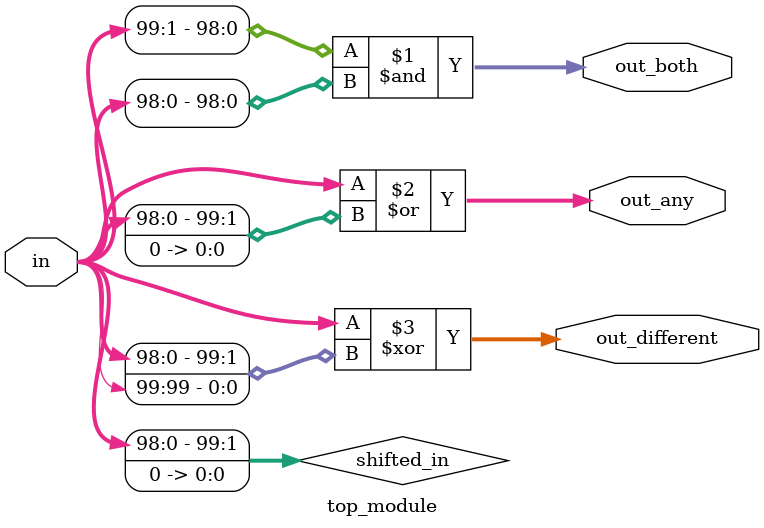
<source format=sv>
module top_module (
    input [99:0] in,
    output [98:0] out_both,
    output [99:0] out_any,
    output [99:0] out_different
);
    wire [99:0] shifted_in;
    
    assign shifted_in = {in[98:0], 1'b0};
    
    assign out_both = in[99:1] & shifted_in[99:1];
    assign out_any = in | shifted_in;
    assign out_different = in ^ {shifted_in[99:1], in[99]};
    
endmodule

</source>
